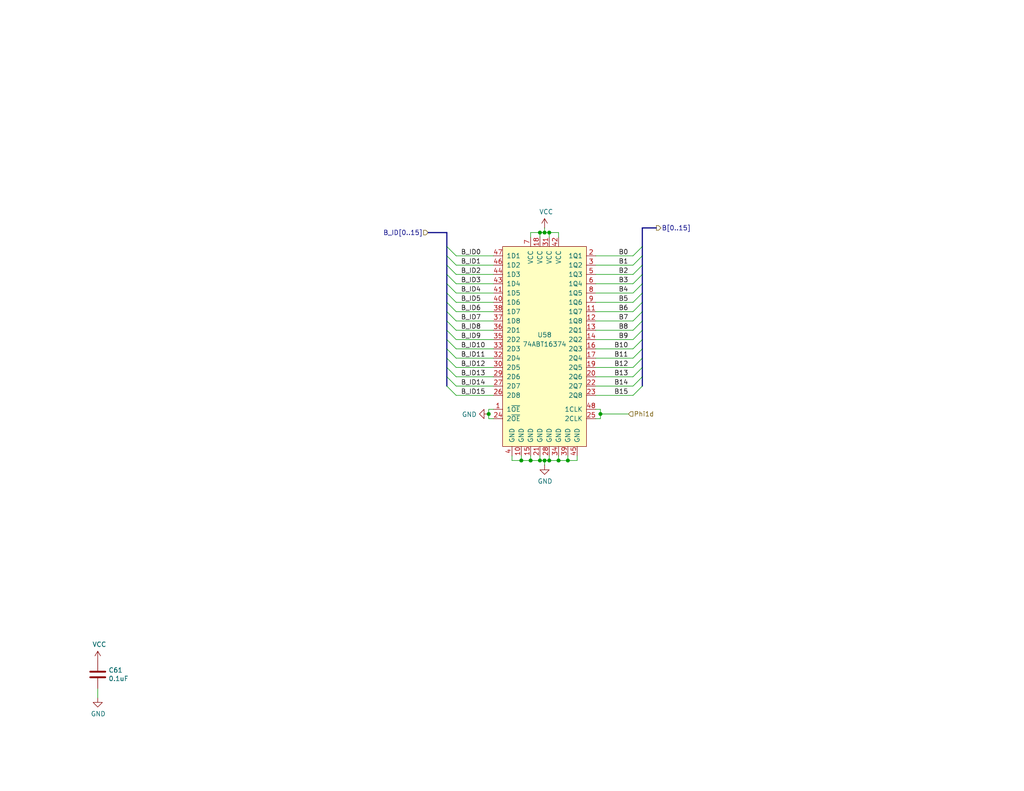
<source format=kicad_sch>
(kicad_sch (version 20250114) (generator "eeschema") (generator_version "9.0")
  (paper "USLetter")
  (title_block (date "2025-07-01") (rev "A"))
  (lib_symbols
    (symbol "Device:C" (pin_numbers (hide yes)) (pin_names (offset 0.254))
      (property "Reference" "C" (at 0.635 2.54 0))
      (property "Value" "C" (at 0.635 -2.54 0))
      (symbol "C_0_1"
        (polyline (pts (xy -2.032 0.762) (xy 2.032 0.762)) (stroke (width 0.508)))
        (polyline (pts (xy -2.032 -0.762) (xy 2.032 -0.762)) (stroke (width 0.508)))
      )
      (symbol "C_1_1"
        (pin passive line (at 0 3.81 270) (length 2.794) (name "~") (number "1"))
        (pin passive line (at 0 -3.81 90) (length 2.794) (name "~") (number "2"))
      )
    )
    (symbol "Turtle16:74ABT16374" (pin_names (offset 1.016))
      (symbol "74ABT16374_0_0"
        (pin input line (at -13.97 21.59 0) (length 2.54) (name "1D1") (number "47"))
        (pin input line (at -13.97 19.05 0) (length 2.54) (name "1D2") (number "46"))
        (pin input line (at -13.97 16.51 0) (length 2.54) (name "1D3") (number "44"))
        (pin input line (at -13.97 13.97 0) (length 2.54) (name "1D4") (number "43"))
        (pin input line (at -13.97 11.43 0) (length 2.54) (name "1D5") (number "41"))
        (pin input line (at -13.97 8.89 0) (length 2.54) (name "1D6") (number "40"))
        (pin input line (at -13.97 6.35 0) (length 2.54) (name "1D7") (number "38"))
        (pin input line (at -13.97 3.81 0) (length 2.54) (name "1D8") (number "37"))
        (pin input line (at -13.97 1.27 0) (length 2.54) (name "2D1") (number "36"))
        (pin input line (at -13.97 -1.27 0) (length 2.54) (name "2D2") (number "35"))
        (pin input line (at -13.97 -3.81 0) (length 2.54) (name "2D3") (number "33"))
        (pin input line (at -13.97 -6.35 0) (length 2.54) (name "2D4") (number "32"))
        (pin input line (at -13.97 -8.89 0) (length 2.54) (name "2D5") (number "30"))
        (pin input line (at -13.97 -11.43 0) (length 2.54) (name "2D6") (number "29"))
        (pin input line (at -13.97 -13.97 0) (length 2.54) (name "2D7") (number "27"))
        (pin input line (at -13.97 -16.51 0) (length 2.54) (name "2D8") (number "26"))
        (pin input line (at -13.97 -20.32 0) (length 2.54) (name "1~{OE}") (number "1"))
        (pin input line (at -13.97 -22.86 0) (length 2.54) (name "2~{OE}") (number "24"))
        (pin power_in line (at -8.89 -33.02 90) (length 2.54) (name "GND") (number "4"))
        (pin power_in line (at -6.35 -33.02 90) (length 2.54) (name "GND") (number "10"))
        (pin power_in line (at -3.81 26.67 270) (length 2.54) (name "VCC") (number "7"))
        (pin power_in line (at -3.81 -33.02 90) (length 2.54) (name "GND") (number "15"))
        (pin power_in line (at -1.27 26.67 270) (length 2.54) (name "VCC") (number "18"))
        (pin power_in line (at -1.27 -33.02 90) (length 2.54) (name "GND") (number "21"))
        (pin power_in line (at 1.27 26.67 270) (length 2.54) (name "VCC") (number "31"))
        (pin power_in line (at 1.27 -33.02 90) (length 2.54) (name "GND") (number "28"))
        (pin power_in line (at 3.81 26.67 270) (length 2.54) (name "VCC") (number "42"))
        (pin power_in line (at 3.81 -33.02 90) (length 2.54) (name "GND") (number "34"))
        (pin power_in line (at 6.35 -33.02 90) (length 2.54) (name "GND") (number "39"))
        (pin power_in line (at 8.89 -33.02 90) (length 2.54) (name "GND") (number "45"))
        (pin tri_state line (at 13.97 21.59 180) (length 2.54) (name "1Q1") (number "2"))
        (pin tri_state line (at 13.97 19.05 180) (length 2.54) (name "1Q2") (number "3"))
        (pin tri_state line (at 13.97 16.51 180) (length 2.54) (name "1Q3") (number "5"))
        (pin tri_state line (at 13.97 13.97 180) (length 2.54) (name "1Q4") (number "6"))
        (pin tri_state line (at 13.97 11.43 180) (length 2.54) (name "1Q5") (number "8"))
        (pin tri_state line (at 13.97 8.89 180) (length 2.54) (name "1Q6") (number "9"))
        (pin tri_state line (at 13.97 6.35 180) (length 2.54) (name "1Q7") (number "11"))
        (pin tri_state line (at 13.97 3.81 180) (length 2.54) (name "1Q8") (number "12"))
        (pin tri_state line (at 13.97 1.27 180) (length 2.54) (name "2Q1") (number "13"))
        (pin tri_state line (at 13.97 -1.27 180) (length 2.54) (name "2Q2") (number "14"))
        (pin tri_state line (at 13.97 -3.81 180) (length 2.54) (name "2Q3") (number "16"))
        (pin tri_state line (at 13.97 -6.35 180) (length 2.54) (name "2Q4") (number "17"))
        (pin tri_state line (at 13.97 -8.89 180) (length 2.54) (name "2Q5") (number "19"))
        (pin tri_state line (at 13.97 -11.43 180) (length 2.54) (name "2Q6") (number "20"))
        (pin tri_state line (at 13.97 -13.97 180) (length 2.54) (name "2Q7") (number "22"))
        (pin tri_state line (at 13.97 -16.51 180) (length 2.54) (name "2Q8") (number "23"))
        (pin input line (at 13.97 -20.32 180) (length 2.54) (name "1CLK") (number "48"))
        (pin input line (at 13.97 -22.86 180) (length 2.54) (name "2CLK") (number "25"))
      )
      (symbol "74ABT16374_0_1"
        (rectangle (start -11.43 24.13) (end 11.43 -30.48) (fill (type background)))
      )
    )
    (symbol "power:GND" (power) (pin_numbers (hide yes)) (pin_names (offset 0) (hide yes))
      (property "Value" "GND" (at 0 -3.81 0))
      (symbol "GND_0_1"
        (polyline (pts (xy 0 0) (xy 0 -1.27) (xy 1.27 -1.27) (xy 0 -2.54) (xy -1.27 -1.27) (xy 0 -1.27)))
      )
      (symbol "GND_1_1"
        (pin power_in line (at 0 0 270) (length 0) (name "~") (number "1"))
      )
    )
    (symbol "power:VCC" (power) (pin_numbers (hide yes)) (pin_names (offset 0) (hide yes))
      (property "Value" "VCC" (at 0 3.556 0))
      (symbol "VCC_0_1"
        (polyline (pts (xy -0.762 1.27) (xy 0 2.54)))
        (polyline (pts (xy 0 2.54) (xy 0.762 1.27)))
        (polyline (pts (xy 0 0) (xy 0 2.54)))
      )
      (symbol "VCC_1_1"
        (pin power_in line (at 0 0 90) (length 0) (name "~") (number "1"))
      )
    )
  )
  (junction (at 152.4 125.73))
  (junction (at 133.35 113.03))
  (junction (at 163.83 113.03))
  (junction (at 149.86 125.73))
  (junction (at 148.59 63.5))
  (junction (at 149.86 63.5))
  (junction (at 144.78 125.73))
  (junction (at 147.32 125.73))
  (junction (at 147.32 63.5))
  (junction (at 142.24 125.73))
  (junction (at 154.94 125.73))
  (junction (at 148.59 125.73))
  (bus_entry (at 175.26 105.41) (size -2.54 2.54))
  (bus_entry (at 121.92 67.31) (size 2.54 2.54))
  (bus_entry (at 175.26 80.01) (size -2.54 2.54))
  (bus_entry (at 175.26 74.93) (size -2.54 2.54))
  (bus_entry (at 121.92 95.25) (size 2.54 2.54))
  (bus_entry (at 121.92 69.85) (size 2.54 2.54))
  (bus_entry (at 175.26 87.63) (size -2.54 2.54))
  (bus_entry (at 175.26 69.85) (size -2.54 2.54))
  (bus_entry (at 175.26 102.87) (size -2.54 2.54))
  (bus_entry (at 121.92 87.63) (size 2.54 2.54))
  (bus_entry (at 121.92 77.47) (size 2.54 2.54))
  (bus_entry (at 175.26 77.47) (size -2.54 2.54))
  (bus_entry (at 121.92 102.87) (size 2.54 2.54))
  (bus_entry (at 121.92 100.33) (size 2.54 2.54))
  (bus_entry (at 121.92 72.39) (size 2.54 2.54))
  (bus_entry (at 121.92 82.55) (size 2.54 2.54))
  (bus_entry (at 175.26 90.17) (size -2.54 2.54))
  (bus_entry (at 175.26 67.31) (size -2.54 2.54))
  (bus_entry (at 121.92 90.17) (size 2.54 2.54))
  (bus_entry (at 175.26 85.09) (size -2.54 2.54))
  (bus_entry (at 121.92 97.79) (size 2.54 2.54))
  (bus_entry (at 121.92 105.41) (size 2.54 2.54))
  (bus_entry (at 175.26 95.25) (size -2.54 2.54))
  (bus_entry (at 175.26 100.33) (size -2.54 2.54))
  (bus_entry (at 175.26 92.71) (size -2.54 2.54))
  (bus_entry (at 175.26 82.55) (size -2.54 2.54))
  (bus_entry (at 175.26 97.79) (size -2.54 2.54))
  (bus_entry (at 121.92 80.01) (size 2.54 2.54))
  (bus_entry (at 175.26 72.39) (size -2.54 2.54))
  (bus_entry (at 121.92 74.93) (size 2.54 2.54))
  (bus_entry (at 121.92 85.09) (size 2.54 2.54))
  (bus_entry (at 121.92 92.71) (size 2.54 2.54))
  (bus (pts (xy 121.92 72.39) (xy 121.92 74.93)))
  (bus (pts (xy 175.26 90.17) (xy 175.26 92.71)))
  (wire (pts (xy 124.46 102.87) (xy 134.62 102.87)))
  (wire (pts (xy 172.72 85.09) (xy 162.56 85.09)))
  (wire (pts (xy 162.56 111.76) (xy 163.83 111.76)))
  (wire (pts (xy 172.72 87.63) (xy 162.56 87.63)))
  (wire (pts (xy 139.7 125.73) (xy 142.24 125.73)))
  (wire (pts (xy 147.32 63.5) (xy 148.59 63.5)))
  (wire (pts (xy 26.67 190.5) (xy 26.67 187.96)))
  (wire (pts (xy 124.46 95.25) (xy 134.62 95.25)))
  (wire (pts (xy 172.72 82.55) (xy 162.56 82.55)))
  (bus (pts (xy 175.26 95.25) (xy 175.26 97.79)))
  (bus (pts (xy 121.92 102.87) (xy 121.92 105.41)))
  (wire (pts (xy 147.32 125.73) (xy 148.59 125.73)))
  (wire (pts (xy 124.46 92.71) (xy 134.62 92.71)))
  (wire (pts (xy 124.46 69.85) (xy 134.62 69.85)))
  (wire (pts (xy 124.46 97.79) (xy 134.62 97.79)))
  (bus (pts (xy 175.26 80.01) (xy 175.26 82.55)))
  (wire (pts (xy 144.78 64.77) (xy 144.78 63.5)))
  (wire (pts (xy 148.59 125.73) (xy 149.86 125.73)))
  (wire (pts (xy 124.46 72.39) (xy 134.62 72.39)))
  (bus (pts (xy 121.92 90.17) (xy 121.92 92.71)))
  (wire (pts (xy 142.24 124.46) (xy 142.24 125.73)))
  (wire (pts (xy 144.78 125.73) (xy 147.32 125.73)))
  (wire (pts (xy 147.32 124.46) (xy 147.32 125.73)))
  (bus (pts (xy 121.92 85.09) (xy 121.92 87.63)))
  (bus (pts (xy 175.26 62.23) (xy 175.26 67.31)))
  (wire (pts (xy 124.46 85.09) (xy 134.62 85.09)))
  (wire (pts (xy 133.35 113.03) (xy 133.35 114.3)))
  (bus (pts (xy 121.92 80.01) (xy 121.92 82.55)))
  (wire (pts (xy 148.59 62.23) (xy 148.59 63.5)))
  (wire (pts (xy 133.35 114.3) (xy 134.62 114.3)))
  (bus (pts (xy 175.26 97.79) (xy 175.26 100.33)))
  (wire (pts (xy 172.72 77.47) (xy 162.56 77.47)))
  (wire (pts (xy 124.46 107.95) (xy 134.62 107.95)))
  (bus (pts (xy 121.92 69.85) (xy 121.92 72.39)))
  (wire (pts (xy 124.46 90.17) (xy 134.62 90.17)))
  (wire (pts (xy 134.62 111.76) (xy 133.35 111.76)))
  (bus (pts (xy 175.26 69.85) (xy 175.26 72.39)))
  (bus (pts (xy 121.92 97.79) (xy 121.92 100.33)))
  (bus (pts (xy 175.26 87.63) (xy 175.26 90.17)))
  (wire (pts (xy 172.72 105.41) (xy 162.56 105.41)))
  (wire (pts (xy 124.46 77.47) (xy 134.62 77.47)))
  (wire (pts (xy 124.46 82.55) (xy 134.62 82.55)))
  (bus (pts (xy 121.92 92.71) (xy 121.92 95.25)))
  (bus (pts (xy 121.92 100.33) (xy 121.92 102.87)))
  (bus (pts (xy 121.92 87.63) (xy 121.92 90.17)))
  (wire (pts (xy 172.72 102.87) (xy 162.56 102.87)))
  (wire (pts (xy 149.86 124.46) (xy 149.86 125.73)))
  (wire (pts (xy 124.46 87.63) (xy 134.62 87.63)))
  (wire (pts (xy 172.72 72.39) (xy 162.56 72.39)))
  (bus (pts (xy 175.26 92.71) (xy 175.26 95.25)))
  (bus (pts (xy 121.92 77.47) (xy 121.92 80.01)))
  (wire (pts (xy 124.46 80.01) (xy 134.62 80.01)))
  (wire (pts (xy 163.83 114.3) (xy 162.56 114.3)))
  (wire (pts (xy 144.78 124.46) (xy 144.78 125.73)))
  (wire (pts (xy 124.46 74.93) (xy 134.62 74.93)))
  (bus (pts (xy 121.92 63.5) (xy 121.92 67.31)))
  (wire (pts (xy 163.83 111.76) (xy 163.83 113.03)))
  (wire (pts (xy 172.72 90.17) (xy 162.56 90.17)))
  (wire (pts (xy 172.72 97.79) (xy 162.56 97.79)))
  (wire (pts (xy 172.72 100.33) (xy 162.56 100.33)))
  (wire (pts (xy 172.72 92.71) (xy 162.56 92.71)))
  (bus (pts (xy 175.26 77.47) (xy 175.26 80.01)))
  (bus (pts (xy 121.92 95.25) (xy 121.92 97.79)))
  (bus (pts (xy 175.26 74.93) (xy 175.26 77.47)))
  (wire (pts (xy 154.94 125.73) (xy 157.48 125.73)))
  (bus (pts (xy 175.26 102.87) (xy 175.26 105.41)))
  (bus (pts (xy 121.92 74.93) (xy 121.92 77.47)))
  (bus (pts (xy 116.84 63.5) (xy 121.92 63.5)))
  (wire (pts (xy 172.72 80.01) (xy 162.56 80.01)))
  (wire (pts (xy 148.59 125.73) (xy 148.59 127)))
  (bus (pts (xy 121.92 82.55) (xy 121.92 85.09)))
  (wire (pts (xy 163.83 113.03) (xy 171.45 113.03)))
  (wire (pts (xy 149.86 63.5) (xy 152.4 63.5)))
  (wire (pts (xy 172.72 95.25) (xy 162.56 95.25)))
  (bus (pts (xy 121.92 67.31) (xy 121.92 69.85)))
  (wire (pts (xy 142.24 125.73) (xy 144.78 125.73)))
  (wire (pts (xy 152.4 63.5) (xy 152.4 64.77)))
  (wire (pts (xy 172.72 69.85) (xy 162.56 69.85)))
  (wire (pts (xy 139.7 124.46) (xy 139.7 125.73)))
  (wire (pts (xy 149.86 64.77) (xy 149.86 63.5)))
  (wire (pts (xy 133.35 111.76) (xy 133.35 113.03)))
  (bus (pts (xy 179.07 62.23) (xy 175.26 62.23)))
  (bus (pts (xy 175.26 100.33) (xy 175.26 102.87)))
  (wire (pts (xy 148.59 63.5) (xy 149.86 63.5)))
  (wire (pts (xy 124.46 105.41) (xy 134.62 105.41)))
  (bus (pts (xy 175.26 82.55) (xy 175.26 85.09)))
  (bus (pts (xy 175.26 67.31) (xy 175.26 69.85)))
  (wire (pts (xy 172.72 107.95) (xy 162.56 107.95)))
  (wire (pts (xy 152.4 124.46) (xy 152.4 125.73)))
  (wire (pts (xy 144.78 63.5) (xy 147.32 63.5)))
  (wire (pts (xy 152.4 125.73) (xy 154.94 125.73)))
  (wire (pts (xy 163.83 113.03) (xy 163.83 114.3)))
  (bus (pts (xy 175.26 72.39) (xy 175.26 74.93)))
  (wire (pts (xy 149.86 125.73) (xy 152.4 125.73)))
  (wire (pts (xy 172.72 74.93) (xy 162.56 74.93)))
  (wire (pts (xy 154.94 124.46) (xy 154.94 125.73)))
  (wire (pts (xy 124.46 100.33) (xy 134.62 100.33)))
  (wire (pts (xy 157.48 125.73) (xy 157.48 124.46)))
  (bus (pts (xy 175.26 85.09) (xy 175.26 87.63)))
  (wire (pts (xy 147.32 64.77) (xy 147.32 63.5)))
  (label "B5" (at 171.45 82.55 180))
  (label "B3" (at 171.45 77.47 180))
  (label "B4" (at 171.45 80.01 180))
  (label "B10" (at 171.45 95.25 180))
  (label "B_ID14" (at 125.73 105.41 0))
  (label "B2" (at 171.45 74.93 180))
  (label "B1" (at 171.45 72.39 180))
  (label "B6" (at 171.45 85.09 180))
  (label "B_ID9" (at 125.73 92.71 0))
  (label "B_ID0" (at 125.73 69.85 0))
  (label "B8" (at 171.45 90.17 180))
  (label "B15" (at 171.45 107.95 180))
  (label "B_ID7" (at 125.73 87.63 0))
  (label "B_ID11" (at 125.73 97.79 0))
  (label "B_ID2" (at 125.73 74.93 0))
  (label "B_ID3" (at 125.73 77.47 0))
  (label "B12" (at 171.45 100.33 180))
  (label "B_ID15" (at 125.73 107.95 0))
  (label "B_ID5" (at 125.73 82.55 0))
  (label "B14" (at 171.45 105.41 180))
  (label "B_ID1" (at 125.73 72.39 0))
  (label "B_ID13" (at 125.73 102.87 0))
  (label "B_ID4" (at 125.73 80.01 0))
  (label "B11" (at 171.45 97.79 180))
  (label "B13" (at 171.45 102.87 180))
  (label "B0" (at 171.45 69.85 180))
  (label "B_ID6" (at 125.73 85.09 0))
  (label "B7" (at 171.45 87.63 180))
  (label "B9" (at 171.45 92.71 180))
  (label "B_ID12" (at 125.73 100.33 0))
  (label "B_ID8" (at 125.73 90.17 0))
  (label "B_ID10" (at 125.73 95.25 0))
  (hierarchical_label "B_ID[0..15]" (shape input) (at 116.84 63.5 180))
  (hierarchical_label "Phi1d" (shape input) (at 171.45 113.03 0))
  (hierarchical_label "B[0..15]" (shape output) (at 179.07 62.23 0))
  (symbol (lib_id "Device:C") (at 26.67 184.15 0) (unit 1)
    (property "Reference" "C61" (at 29.591 182.9816 0) (effects (justify left)))
    (property "Value" "0.1uF" (at 29.591 185.293 0) (effects (justify left)))
    (property "Footprint" "Capacitor_SMD:C_0603_1608Metric" (effects (hide yes)))
    (property "Datasheet" "https://www.mouser.com/datasheet/2/396/taiyo_yuden_12132018_mlcc11_hq_e-1510082.pdf" (effects (hide yes)))
    (property "Manufacturer" "Taiyo Yuden" (effects (hide yes)))
    (property "Manufacturer#" "EMK107B7104KAHT" (effects (hide yes)))
    (property "Mouser#" "963-EMK107B7104KAHT" (effects (hide yes)))
    (property "Digikey#" "587-6004-1-ND" (effects (hide yes)))
  )
  (symbol (lib_id "power:VCC") (at 26.67 180.34 0) (unit 1)
    (property "Reference" "#PWR0265" (effects (hide yes)))
    (property "Value" "VCC" (at 27.1018 175.9458 0))
    (property "Description" "Power symbol creates a global label with name \"VCC\"" (effects (hide yes)))
  )
  (symbol (lib_id "power:GND") (at 26.67 190.5 0) (unit 1)
    (property "Reference" "#PWR0266" (effects (hide yes)))
    (property "Value" "GND" (at 26.797 194.8942 0))
    (property "Description" "Power symbol creates a global label with name \"GND\" , ground" (effects (hide yes)))
  )
  (symbol (lib_id "power:GND") (at 133.35 113.03 270) (unit 1)
    (property "Reference" "#PWR0267" (effects (hide yes)))
    (property "Value" "GND" (at 130.0988 113.157 90) (effects (justify right)))
    (property "Description" "Power symbol creates a global label with name \"GND\" , ground" (effects (hide yes)))
  )
  (symbol (lib_id "power:VCC") (at 148.59 62.23 0) (unit 1)
    (property "Reference" "#PWR0268" (effects (hide yes)))
    (property "Value" "VCC" (at 149.0218 57.8358 0))
    (property "Description" "Power symbol creates a global label with name \"VCC\"" (effects (hide yes)))
  )
  (symbol (lib_id "power:GND") (at 148.59 127 0) (unit 1)
    (property "Reference" "#PWR0269" (effects (hide yes)))
    (property "Value" "GND" (at 148.717 131.3942 0))
    (property "Description" "Power symbol creates a global label with name \"GND\" , ground" (effects (hide yes)))
  )
  (symbol (lib_id "Turtle16:74ABT16374") (at 148.59 91.44 0) (unit 1)
    (property "Reference" "U58" (at 148.59 91.44 0))
    (property "Value" "74ABT16374" (at 148.59 93.98 0))
    (property "Footprint" "Package_SO:TSSOP-48_6.1x12.5mm_P0.5mm" (effects (hide yes)))
    (property "Datasheet" "https://www.ti.com/general/docs/suppproductinfo.tsp?distId=26&gotoUrl=https://www.ti.com/lit/gpn/sn74abt16374a" (effects (hide yes)))
    (property "Manufacturer" "Texas Instruments" (effects (hide yes)))
    (property "Manufacturer#" "SN74ABT16374ADGGR" (effects (hide yes)))
    (property "Mouser#" "595-SNABT16374ADGGR" (effects (hide yes)))
    (property "Digikey#" "296-3900-1-ND" (effects (hide yes)))
  )
)
</source>
